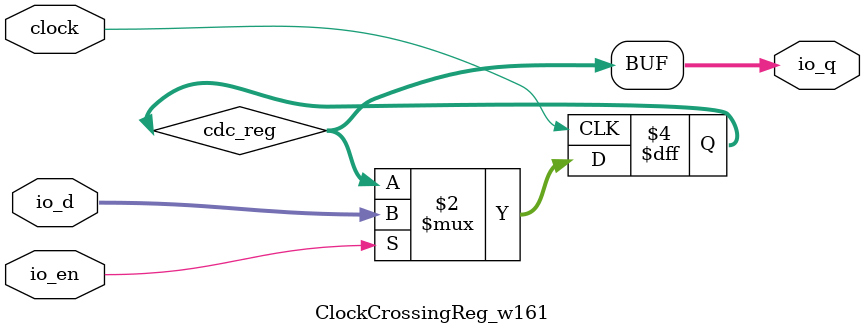
<source format=sv>
`ifndef RANDOMIZE
  `ifdef RANDOMIZE_MEM_INIT
    `define RANDOMIZE
  `endif // RANDOMIZE_MEM_INIT
`endif // not def RANDOMIZE
`ifndef RANDOMIZE
  `ifdef RANDOMIZE_REG_INIT
    `define RANDOMIZE
  `endif // RANDOMIZE_REG_INIT
`endif // not def RANDOMIZE

`ifndef RANDOM
  `define RANDOM $random
`endif // not def RANDOM

// Users can define INIT_RANDOM as general code that gets injected into the
// initializer block for modules with registers.
`ifndef INIT_RANDOM
  `define INIT_RANDOM
`endif // not def INIT_RANDOM

// If using random initialization, you can also define RANDOMIZE_DELAY to
// customize the delay used, otherwise 0.002 is used.
`ifndef RANDOMIZE_DELAY
  `define RANDOMIZE_DELAY 0.002
`endif // not def RANDOMIZE_DELAY

// Define INIT_RANDOM_PROLOG_ for use in our modules below.
`ifndef INIT_RANDOM_PROLOG_
  `ifdef RANDOMIZE
    `ifdef VERILATOR
      `define INIT_RANDOM_PROLOG_ `INIT_RANDOM
    `else  // VERILATOR
      `define INIT_RANDOM_PROLOG_ `INIT_RANDOM #`RANDOMIZE_DELAY begin end
    `endif // VERILATOR
  `else  // RANDOMIZE
    `define INIT_RANDOM_PROLOG_
  `endif // RANDOMIZE
`endif // not def INIT_RANDOM_PROLOG_

// Include register initializers in init blocks unless synthesis is set
`ifndef SYNTHESIS
  `ifndef ENABLE_INITIAL_REG_
    `define ENABLE_INITIAL_REG_
  `endif // not def ENABLE_INITIAL_REG_
`endif // not def SYNTHESIS

// Include rmemory initializers in init blocks unless synthesis is set
`ifndef SYNTHESIS
  `ifndef ENABLE_INITIAL_MEM_
    `define ENABLE_INITIAL_MEM_
  `endif // not def ENABLE_INITIAL_MEM_
`endif // not def SYNTHESIS

// Standard header to adapt well known macros for prints and assertions.

// Users can define 'PRINTF_COND' to add an extra gate to prints.
`ifndef PRINTF_COND_
  `ifdef PRINTF_COND
    `define PRINTF_COND_ (`PRINTF_COND)
  `else  // PRINTF_COND
    `define PRINTF_COND_ 1
  `endif // PRINTF_COND
`endif // not def PRINTF_COND_

// Users can define 'ASSERT_VERBOSE_COND' to add an extra gate to assert error printing.
`ifndef ASSERT_VERBOSE_COND_
  `ifdef ASSERT_VERBOSE_COND
    `define ASSERT_VERBOSE_COND_ (`ASSERT_VERBOSE_COND)
  `else  // ASSERT_VERBOSE_COND
    `define ASSERT_VERBOSE_COND_ 1
  `endif // ASSERT_VERBOSE_COND
`endif // not def ASSERT_VERBOSE_COND_

// Users can define 'STOP_COND' to add an extra gate to stop conditions.
`ifndef STOP_COND_
  `ifdef STOP_COND
    `define STOP_COND_ (`STOP_COND)
  `else  // STOP_COND
    `define STOP_COND_ 1
  `endif // STOP_COND
`endif // not def STOP_COND_

module ClockCrossingReg_w161(
  input          clock,
  input  [160:0] io_d,	// @[generators/rocket-chip/src/main/scala/util/SynchronizerReg.scala:195:14]
  output [160:0] io_q,	// @[generators/rocket-chip/src/main/scala/util/SynchronizerReg.scala:195:14]
  input          io_en	// @[generators/rocket-chip/src/main/scala/util/SynchronizerReg.scala:195:14]
);

  reg [160:0] cdc_reg;	// @[generators/rocket-chip/src/main/scala/util/SynchronizerReg.scala:201:76]
  always @(posedge clock) begin
    if (io_en)	// @[generators/rocket-chip/src/main/scala/util/SynchronizerReg.scala:195:14]
      cdc_reg <= io_d;	// @[generators/rocket-chip/src/main/scala/util/SynchronizerReg.scala:201:76]
  end // always @(posedge)
  `ifdef ENABLE_INITIAL_REG_
    `ifdef FIRRTL_BEFORE_INITIAL
      `FIRRTL_BEFORE_INITIAL
    `endif // FIRRTL_BEFORE_INITIAL
    logic [31:0] _RANDOM[0:5];
    initial begin
      `ifdef INIT_RANDOM_PROLOG_
        `INIT_RANDOM_PROLOG_
      `endif // INIT_RANDOM_PROLOG_
      `ifdef RANDOMIZE_REG_INIT
        for (logic [2:0] i = 3'h0; i < 3'h6; i += 3'h1) begin
          _RANDOM[i] = `RANDOM;
        end
        cdc_reg = {_RANDOM[3'h0], _RANDOM[3'h1], _RANDOM[3'h2], _RANDOM[3'h3], _RANDOM[3'h4], _RANDOM[3'h5][0]};	// @[generators/rocket-chip/src/main/scala/util/SynchronizerReg.scala:201:76]
      `endif // RANDOMIZE_REG_INIT
    end // initial
    `ifdef FIRRTL_AFTER_INITIAL
      `FIRRTL_AFTER_INITIAL
    `endif // FIRRTL_AFTER_INITIAL
  `endif // ENABLE_INITIAL_REG_
  assign io_q = cdc_reg;	// @[generators/rocket-chip/src/main/scala/util/SynchronizerReg.scala:201:76]
endmodule


</source>
